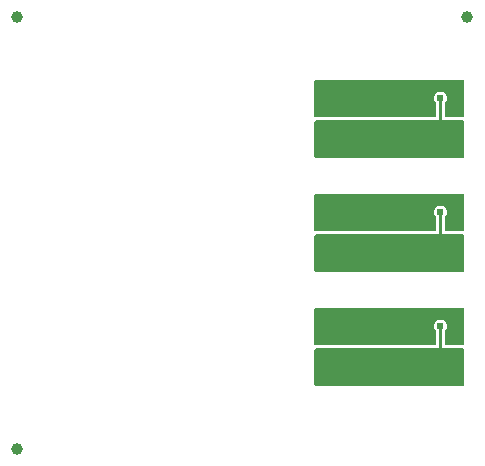
<source format=gbl>
G04 #@! TF.GenerationSoftware,KiCad,Pcbnew,6.0.2+dfsg-1*
G04 #@! TF.CreationDate,2023-06-21T21:46:00-06:00*
G04 #@! TF.ProjectId,i2c-wxsns-array,6932632d-7778-4736-9e73-2d6172726179,rev?*
G04 #@! TF.SameCoordinates,Original*
G04 #@! TF.FileFunction,Copper,L2,Bot*
G04 #@! TF.FilePolarity,Positive*
%FSLAX46Y46*%
G04 Gerber Fmt 4.6, Leading zero omitted, Abs format (unit mm)*
G04 Created by KiCad (PCBNEW 6.0.2+dfsg-1) date 2023-06-21 21:46:00*
%MOMM*%
%LPD*%
G01*
G04 APERTURE LIST*
G04 #@! TA.AperFunction,SMDPad,CuDef*
%ADD10C,1.000000*%
G04 #@! TD*
G04 #@! TA.AperFunction,ViaPad*
%ADD11C,0.609600*%
G04 #@! TD*
G04 #@! TA.AperFunction,Conductor*
%ADD12C,0.254000*%
G04 #@! TD*
G04 APERTURE END LIST*
D10*
X22620000Y-54116000D03*
X60720000Y-17540000D03*
X22620000Y-17540000D03*
D11*
X58434000Y-24398000D03*
X48274000Y-26684000D03*
X51227000Y-28204000D03*
X51989000Y-28204000D03*
X48274000Y-27446000D03*
X52751000Y-28204000D03*
X51989000Y-24140000D03*
X48274000Y-24652000D03*
X52751000Y-24140000D03*
X59704000Y-24398000D03*
X51227000Y-24140000D03*
X48274000Y-23890000D03*
X58434000Y-34050000D03*
X48274000Y-36336000D03*
X51227000Y-37856000D03*
X51989000Y-37856000D03*
X48274000Y-37098000D03*
X52751000Y-37856000D03*
X51989000Y-33792000D03*
X48274000Y-34304000D03*
X52751000Y-33792000D03*
X59704000Y-34050000D03*
X51227000Y-33792000D03*
X48274000Y-33542000D03*
X58434000Y-43702000D03*
X48274000Y-45988000D03*
X51227000Y-47508000D03*
X51989000Y-47508000D03*
X48274000Y-46750000D03*
X52751000Y-47508000D03*
X51989000Y-43444000D03*
X48274000Y-43956000D03*
X52751000Y-43444000D03*
X59704000Y-43702000D03*
X51227000Y-43444000D03*
X48274000Y-43194000D03*
D12*
X58434000Y-24398000D02*
X58434000Y-27192000D01*
X58434000Y-34050000D02*
X58434000Y-36844000D01*
X58434000Y-43702000D02*
X58434000Y-46496000D01*
G04 #@! TA.AperFunction,Conductor*
G36*
X60407621Y-42198502D02*
G01*
X60454114Y-42252158D01*
X60465500Y-42304500D01*
X60465500Y-45227000D01*
X60445498Y-45295121D01*
X60391842Y-45341614D01*
X60339500Y-45353000D01*
X58941500Y-45353000D01*
X58873379Y-45332998D01*
X58826886Y-45279342D01*
X58815500Y-45227000D01*
X58815500Y-44166340D01*
X58835502Y-44098219D01*
X58841527Y-44089650D01*
X58922547Y-43984063D01*
X58978904Y-43848007D01*
X58998126Y-43702000D01*
X58978904Y-43555993D01*
X58922547Y-43419937D01*
X58832897Y-43303103D01*
X58716063Y-43213453D01*
X58580007Y-43157096D01*
X58571823Y-43156019D01*
X58571821Y-43156018D01*
X58442188Y-43138952D01*
X58434000Y-43137874D01*
X58425812Y-43138952D01*
X58296179Y-43156018D01*
X58296177Y-43156019D01*
X58287993Y-43157096D01*
X58151937Y-43213453D01*
X58035103Y-43303103D01*
X57945453Y-43419937D01*
X57889096Y-43555993D01*
X57869874Y-43702000D01*
X57889096Y-43848007D01*
X57945453Y-43984063D01*
X58026464Y-44089638D01*
X58052063Y-44155856D01*
X58052500Y-44166340D01*
X58052500Y-45227000D01*
X58032498Y-45295121D01*
X57978842Y-45341614D01*
X57926500Y-45353000D01*
X47892000Y-45353000D01*
X47823879Y-45332998D01*
X47777386Y-45279342D01*
X47766000Y-45227000D01*
X47766000Y-42304500D01*
X47786002Y-42236379D01*
X47839658Y-42189886D01*
X47892000Y-42178500D01*
X60339500Y-42178500D01*
X60407621Y-42198502D01*
G37*
G04 #@! TD.AperFunction*
G04 #@! TA.AperFunction,Conductor*
G36*
X60407621Y-22894502D02*
G01*
X60454114Y-22948158D01*
X60465500Y-23000500D01*
X60465500Y-25923000D01*
X60445498Y-25991121D01*
X60391842Y-26037614D01*
X60339500Y-26049000D01*
X58941500Y-26049000D01*
X58873379Y-26028998D01*
X58826886Y-25975342D01*
X58815500Y-25923000D01*
X58815500Y-24862340D01*
X58835502Y-24794219D01*
X58841527Y-24785650D01*
X58922547Y-24680063D01*
X58978904Y-24544007D01*
X58998126Y-24398000D01*
X58978904Y-24251993D01*
X58922547Y-24115937D01*
X58832897Y-23999103D01*
X58716063Y-23909453D01*
X58580007Y-23853096D01*
X58571823Y-23852019D01*
X58571821Y-23852018D01*
X58442188Y-23834952D01*
X58434000Y-23833874D01*
X58425812Y-23834952D01*
X58296179Y-23852018D01*
X58296177Y-23852019D01*
X58287993Y-23853096D01*
X58151937Y-23909453D01*
X58035103Y-23999103D01*
X57945453Y-24115937D01*
X57889096Y-24251993D01*
X57869874Y-24398000D01*
X57889096Y-24544007D01*
X57945453Y-24680063D01*
X58026464Y-24785638D01*
X58052063Y-24851856D01*
X58052500Y-24862340D01*
X58052500Y-25923000D01*
X58032498Y-25991121D01*
X57978842Y-26037614D01*
X57926500Y-26049000D01*
X47892000Y-26049000D01*
X47823879Y-26028998D01*
X47777386Y-25975342D01*
X47766000Y-25923000D01*
X47766000Y-23000500D01*
X47786002Y-22932379D01*
X47839658Y-22885886D01*
X47892000Y-22874500D01*
X60339500Y-22874500D01*
X60407621Y-22894502D01*
G37*
G04 #@! TD.AperFunction*
G04 #@! TA.AperFunction,Conductor*
G36*
X60407621Y-32546502D02*
G01*
X60454114Y-32600158D01*
X60465500Y-32652500D01*
X60465500Y-35575000D01*
X60445498Y-35643121D01*
X60391842Y-35689614D01*
X60339500Y-35701000D01*
X58941500Y-35701000D01*
X58873379Y-35680998D01*
X58826886Y-35627342D01*
X58815500Y-35575000D01*
X58815500Y-34514340D01*
X58835502Y-34446219D01*
X58841527Y-34437650D01*
X58922547Y-34332063D01*
X58978904Y-34196007D01*
X58998126Y-34050000D01*
X58978904Y-33903993D01*
X58922547Y-33767937D01*
X58832897Y-33651103D01*
X58716063Y-33561453D01*
X58580007Y-33505096D01*
X58571823Y-33504019D01*
X58571821Y-33504018D01*
X58442188Y-33486952D01*
X58434000Y-33485874D01*
X58425812Y-33486952D01*
X58296179Y-33504018D01*
X58296177Y-33504019D01*
X58287993Y-33505096D01*
X58151937Y-33561453D01*
X58035103Y-33651103D01*
X57945453Y-33767937D01*
X57889096Y-33903993D01*
X57869874Y-34050000D01*
X57889096Y-34196007D01*
X57945453Y-34332063D01*
X58026464Y-34437638D01*
X58052063Y-34503856D01*
X58052500Y-34514340D01*
X58052500Y-35575000D01*
X58032498Y-35643121D01*
X57978842Y-35689614D01*
X57926500Y-35701000D01*
X47892000Y-35701000D01*
X47823879Y-35680998D01*
X47777386Y-35627342D01*
X47766000Y-35575000D01*
X47766000Y-32652500D01*
X47786002Y-32584379D01*
X47839658Y-32537886D01*
X47892000Y-32526500D01*
X60339500Y-32526500D01*
X60407621Y-32546502D01*
G37*
G04 #@! TD.AperFunction*
G04 #@! TA.AperFunction,Conductor*
G36*
X60407621Y-45627002D02*
G01*
X60454114Y-45680658D01*
X60465500Y-45733000D01*
X60465500Y-48655500D01*
X60445498Y-48723621D01*
X60391842Y-48770114D01*
X60339500Y-48781500D01*
X47892000Y-48781500D01*
X47823879Y-48761498D01*
X47777386Y-48707842D01*
X47766000Y-48655500D01*
X47766000Y-45733000D01*
X47786002Y-45664879D01*
X47839658Y-45618386D01*
X47892000Y-45607000D01*
X60339500Y-45607000D01*
X60407621Y-45627002D01*
G37*
G04 #@! TD.AperFunction*
G04 #@! TA.AperFunction,Conductor*
G36*
X60407621Y-26323002D02*
G01*
X60454114Y-26376658D01*
X60465500Y-26429000D01*
X60465500Y-29351500D01*
X60445498Y-29419621D01*
X60391842Y-29466114D01*
X60339500Y-29477500D01*
X47892000Y-29477500D01*
X47823879Y-29457498D01*
X47777386Y-29403842D01*
X47766000Y-29351500D01*
X47766000Y-26429000D01*
X47786002Y-26360879D01*
X47839658Y-26314386D01*
X47892000Y-26303000D01*
X60339500Y-26303000D01*
X60407621Y-26323002D01*
G37*
G04 #@! TD.AperFunction*
G04 #@! TA.AperFunction,Conductor*
G36*
X60407621Y-35975002D02*
G01*
X60454114Y-36028658D01*
X60465500Y-36081000D01*
X60465500Y-39003500D01*
X60445498Y-39071621D01*
X60391842Y-39118114D01*
X60339500Y-39129500D01*
X47892000Y-39129500D01*
X47823879Y-39109498D01*
X47777386Y-39055842D01*
X47766000Y-39003500D01*
X47766000Y-36081000D01*
X47786002Y-36012879D01*
X47839658Y-35966386D01*
X47892000Y-35955000D01*
X60339500Y-35955000D01*
X60407621Y-35975002D01*
G37*
G04 #@! TD.AperFunction*
M02*

</source>
